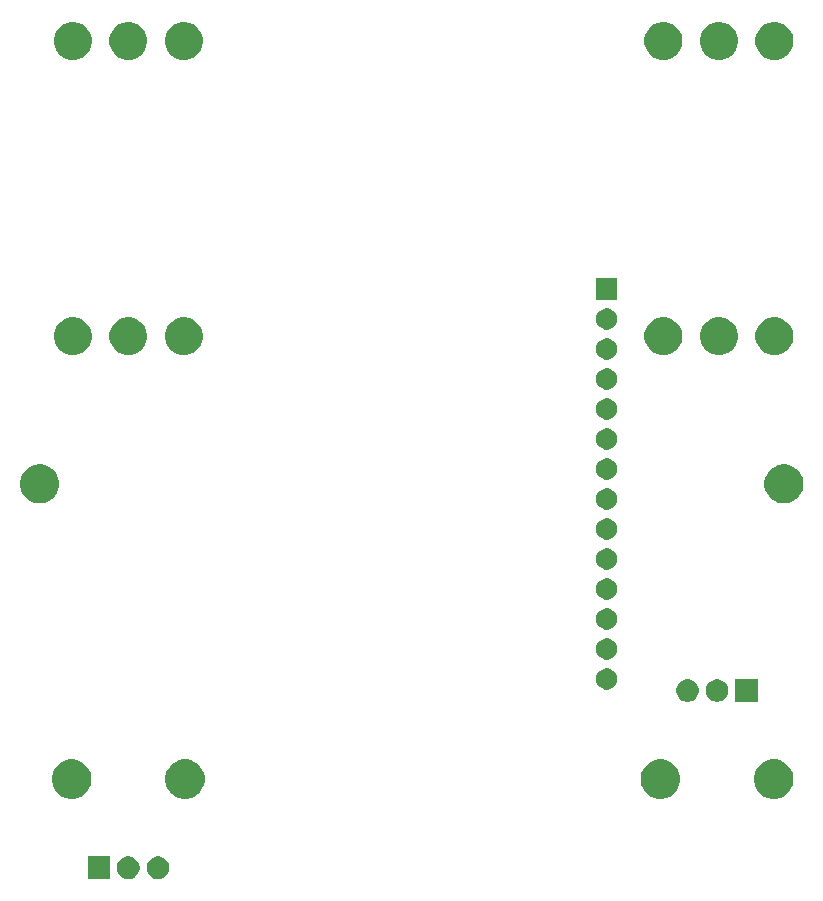
<source format=gbr>
G04 #@! TF.GenerationSoftware,KiCad,Pcbnew,5.1.5-52549c5~84~ubuntu18.04.1*
G04 #@! TF.CreationDate,2020-05-11T15:13:20-04:00*
G04 #@! TF.ProjectId,gategrinder_panelPCB,67617465-6772-4696-9e64-65725f70616e,rev?*
G04 #@! TF.SameCoordinates,Original*
G04 #@! TF.FileFunction,Soldermask,Top*
G04 #@! TF.FilePolarity,Negative*
%FSLAX46Y46*%
G04 Gerber Fmt 4.6, Leading zero omitted, Abs format (unit mm)*
G04 Created by KiCad (PCBNEW 5.1.5-52549c5~84~ubuntu18.04.1) date 2020-05-11 15:13:20*
%MOMM*%
%LPD*%
G04 APERTURE LIST*
%ADD10C,0.100000*%
G04 APERTURE END LIST*
D10*
G36*
X85277395Y-123585546D02*
G01*
X85450466Y-123657234D01*
X85450467Y-123657235D01*
X85606227Y-123761310D01*
X85738690Y-123893773D01*
X85738691Y-123893775D01*
X85842766Y-124049534D01*
X85914454Y-124222605D01*
X85951000Y-124406333D01*
X85951000Y-124593667D01*
X85914454Y-124777395D01*
X85842766Y-124950466D01*
X85842765Y-124950467D01*
X85738690Y-125106227D01*
X85606227Y-125238690D01*
X85527818Y-125291081D01*
X85450466Y-125342766D01*
X85277395Y-125414454D01*
X85093667Y-125451000D01*
X84906333Y-125451000D01*
X84722605Y-125414454D01*
X84549534Y-125342766D01*
X84472182Y-125291081D01*
X84393773Y-125238690D01*
X84261310Y-125106227D01*
X84157235Y-124950467D01*
X84157234Y-124950466D01*
X84085546Y-124777395D01*
X84049000Y-124593667D01*
X84049000Y-124406333D01*
X84085546Y-124222605D01*
X84157234Y-124049534D01*
X84261309Y-123893775D01*
X84261310Y-123893773D01*
X84393773Y-123761310D01*
X84549533Y-123657235D01*
X84549534Y-123657234D01*
X84722605Y-123585546D01*
X84906333Y-123549000D01*
X85093667Y-123549000D01*
X85277395Y-123585546D01*
G37*
G36*
X82777395Y-123585546D02*
G01*
X82950466Y-123657234D01*
X82950467Y-123657235D01*
X83106227Y-123761310D01*
X83238690Y-123893773D01*
X83238691Y-123893775D01*
X83342766Y-124049534D01*
X83414454Y-124222605D01*
X83451000Y-124406333D01*
X83451000Y-124593667D01*
X83414454Y-124777395D01*
X83342766Y-124950466D01*
X83342765Y-124950467D01*
X83238690Y-125106227D01*
X83106227Y-125238690D01*
X83027818Y-125291081D01*
X82950466Y-125342766D01*
X82777395Y-125414454D01*
X82593667Y-125451000D01*
X82406333Y-125451000D01*
X82222605Y-125414454D01*
X82049534Y-125342766D01*
X81972182Y-125291081D01*
X81893773Y-125238690D01*
X81761310Y-125106227D01*
X81657235Y-124950467D01*
X81657234Y-124950466D01*
X81585546Y-124777395D01*
X81549000Y-124593667D01*
X81549000Y-124406333D01*
X81585546Y-124222605D01*
X81657234Y-124049534D01*
X81761309Y-123893775D01*
X81761310Y-123893773D01*
X81893773Y-123761310D01*
X82049533Y-123657235D01*
X82049534Y-123657234D01*
X82222605Y-123585546D01*
X82406333Y-123549000D01*
X82593667Y-123549000D01*
X82777395Y-123585546D01*
G37*
G36*
X80951000Y-125451000D02*
G01*
X79049000Y-125451000D01*
X79049000Y-123549000D01*
X80951000Y-123549000D01*
X80951000Y-125451000D01*
G37*
G36*
X78187412Y-115393215D02*
G01*
X78491514Y-115519178D01*
X78765199Y-115702049D01*
X78997951Y-115934801D01*
X79180822Y-116208486D01*
X79306785Y-116512588D01*
X79371000Y-116835420D01*
X79371000Y-117164580D01*
X79306785Y-117487412D01*
X79180822Y-117791514D01*
X78997951Y-118065199D01*
X78765199Y-118297951D01*
X78491514Y-118480822D01*
X78187412Y-118606785D01*
X77864580Y-118671000D01*
X77535420Y-118671000D01*
X77212588Y-118606785D01*
X76908486Y-118480822D01*
X76634801Y-118297951D01*
X76402049Y-118065199D01*
X76219178Y-117791514D01*
X76093215Y-117487412D01*
X76029000Y-117164580D01*
X76029000Y-116835420D01*
X76093215Y-116512588D01*
X76219178Y-116208486D01*
X76402049Y-115934801D01*
X76634801Y-115702049D01*
X76908486Y-115519178D01*
X77212588Y-115393215D01*
X77535420Y-115329000D01*
X77864580Y-115329000D01*
X78187412Y-115393215D01*
G37*
G36*
X137637412Y-115393215D02*
G01*
X137941514Y-115519178D01*
X138215199Y-115702049D01*
X138447951Y-115934801D01*
X138630822Y-116208486D01*
X138756785Y-116512588D01*
X138821000Y-116835420D01*
X138821000Y-117164580D01*
X138756785Y-117487412D01*
X138630822Y-117791514D01*
X138447951Y-118065199D01*
X138215199Y-118297951D01*
X137941514Y-118480822D01*
X137637412Y-118606785D01*
X137314580Y-118671000D01*
X136985420Y-118671000D01*
X136662588Y-118606785D01*
X136358486Y-118480822D01*
X136084801Y-118297951D01*
X135852049Y-118065199D01*
X135669178Y-117791514D01*
X135543215Y-117487412D01*
X135479000Y-117164580D01*
X135479000Y-116835420D01*
X135543215Y-116512588D01*
X135669178Y-116208486D01*
X135852049Y-115934801D01*
X136084801Y-115702049D01*
X136358486Y-115519178D01*
X136662588Y-115393215D01*
X136985420Y-115329000D01*
X137314580Y-115329000D01*
X137637412Y-115393215D01*
G37*
G36*
X128037412Y-115393215D02*
G01*
X128341514Y-115519178D01*
X128615199Y-115702049D01*
X128847951Y-115934801D01*
X129030822Y-116208486D01*
X129156785Y-116512588D01*
X129221000Y-116835420D01*
X129221000Y-117164580D01*
X129156785Y-117487412D01*
X129030822Y-117791514D01*
X128847951Y-118065199D01*
X128615199Y-118297951D01*
X128341514Y-118480822D01*
X128037412Y-118606785D01*
X127714580Y-118671000D01*
X127385420Y-118671000D01*
X127062588Y-118606785D01*
X126758486Y-118480822D01*
X126484801Y-118297951D01*
X126252049Y-118065199D01*
X126069178Y-117791514D01*
X125943215Y-117487412D01*
X125879000Y-117164580D01*
X125879000Y-116835420D01*
X125943215Y-116512588D01*
X126069178Y-116208486D01*
X126252049Y-115934801D01*
X126484801Y-115702049D01*
X126758486Y-115519178D01*
X127062588Y-115393215D01*
X127385420Y-115329000D01*
X127714580Y-115329000D01*
X128037412Y-115393215D01*
G37*
G36*
X87787412Y-115393215D02*
G01*
X88091514Y-115519178D01*
X88365199Y-115702049D01*
X88597951Y-115934801D01*
X88780822Y-116208486D01*
X88906785Y-116512588D01*
X88971000Y-116835420D01*
X88971000Y-117164580D01*
X88906785Y-117487412D01*
X88780822Y-117791514D01*
X88597951Y-118065199D01*
X88365199Y-118297951D01*
X88091514Y-118480822D01*
X87787412Y-118606785D01*
X87464580Y-118671000D01*
X87135420Y-118671000D01*
X86812588Y-118606785D01*
X86508486Y-118480822D01*
X86234801Y-118297951D01*
X86002049Y-118065199D01*
X85819178Y-117791514D01*
X85693215Y-117487412D01*
X85629000Y-117164580D01*
X85629000Y-116835420D01*
X85693215Y-116512588D01*
X85819178Y-116208486D01*
X86002049Y-115934801D01*
X86234801Y-115702049D01*
X86508486Y-115519178D01*
X86812588Y-115393215D01*
X87135420Y-115329000D01*
X87464580Y-115329000D01*
X87787412Y-115393215D01*
G37*
G36*
X130127395Y-108585546D02*
G01*
X130300466Y-108657234D01*
X130300467Y-108657235D01*
X130456227Y-108761310D01*
X130588690Y-108893773D01*
X130588691Y-108893775D01*
X130692766Y-109049534D01*
X130764454Y-109222605D01*
X130801000Y-109406333D01*
X130801000Y-109593667D01*
X130764454Y-109777395D01*
X130692766Y-109950466D01*
X130692765Y-109950467D01*
X130588690Y-110106227D01*
X130456227Y-110238690D01*
X130377818Y-110291081D01*
X130300466Y-110342766D01*
X130127395Y-110414454D01*
X129943667Y-110451000D01*
X129756333Y-110451000D01*
X129572605Y-110414454D01*
X129399534Y-110342766D01*
X129322182Y-110291081D01*
X129243773Y-110238690D01*
X129111310Y-110106227D01*
X129007235Y-109950467D01*
X129007234Y-109950466D01*
X128935546Y-109777395D01*
X128899000Y-109593667D01*
X128899000Y-109406333D01*
X128935546Y-109222605D01*
X129007234Y-109049534D01*
X129111309Y-108893775D01*
X129111310Y-108893773D01*
X129243773Y-108761310D01*
X129399533Y-108657235D01*
X129399534Y-108657234D01*
X129572605Y-108585546D01*
X129756333Y-108549000D01*
X129943667Y-108549000D01*
X130127395Y-108585546D01*
G37*
G36*
X132627395Y-108585546D02*
G01*
X132800466Y-108657234D01*
X132800467Y-108657235D01*
X132956227Y-108761310D01*
X133088690Y-108893773D01*
X133088691Y-108893775D01*
X133192766Y-109049534D01*
X133264454Y-109222605D01*
X133301000Y-109406333D01*
X133301000Y-109593667D01*
X133264454Y-109777395D01*
X133192766Y-109950466D01*
X133192765Y-109950467D01*
X133088690Y-110106227D01*
X132956227Y-110238690D01*
X132877818Y-110291081D01*
X132800466Y-110342766D01*
X132627395Y-110414454D01*
X132443667Y-110451000D01*
X132256333Y-110451000D01*
X132072605Y-110414454D01*
X131899534Y-110342766D01*
X131822182Y-110291081D01*
X131743773Y-110238690D01*
X131611310Y-110106227D01*
X131507235Y-109950467D01*
X131507234Y-109950466D01*
X131435546Y-109777395D01*
X131399000Y-109593667D01*
X131399000Y-109406333D01*
X131435546Y-109222605D01*
X131507234Y-109049534D01*
X131611309Y-108893775D01*
X131611310Y-108893773D01*
X131743773Y-108761310D01*
X131899533Y-108657235D01*
X131899534Y-108657234D01*
X132072605Y-108585546D01*
X132256333Y-108549000D01*
X132443667Y-108549000D01*
X132627395Y-108585546D01*
G37*
G36*
X135801000Y-110451000D02*
G01*
X133899000Y-110451000D01*
X133899000Y-108549000D01*
X135801000Y-108549000D01*
X135801000Y-110451000D01*
G37*
G36*
X123113512Y-107623927D02*
G01*
X123262812Y-107653624D01*
X123426784Y-107721544D01*
X123574354Y-107820147D01*
X123699853Y-107945646D01*
X123798456Y-108093216D01*
X123866376Y-108257188D01*
X123901000Y-108431259D01*
X123901000Y-108608741D01*
X123866376Y-108782812D01*
X123798456Y-108946784D01*
X123699853Y-109094354D01*
X123574354Y-109219853D01*
X123426784Y-109318456D01*
X123262812Y-109386376D01*
X123113512Y-109416073D01*
X123088742Y-109421000D01*
X122911258Y-109421000D01*
X122886488Y-109416073D01*
X122737188Y-109386376D01*
X122573216Y-109318456D01*
X122425646Y-109219853D01*
X122300147Y-109094354D01*
X122201544Y-108946784D01*
X122133624Y-108782812D01*
X122099000Y-108608741D01*
X122099000Y-108431259D01*
X122133624Y-108257188D01*
X122201544Y-108093216D01*
X122300147Y-107945646D01*
X122425646Y-107820147D01*
X122573216Y-107721544D01*
X122737188Y-107653624D01*
X122886488Y-107623927D01*
X122911258Y-107619000D01*
X123088742Y-107619000D01*
X123113512Y-107623927D01*
G37*
G36*
X123113512Y-105083927D02*
G01*
X123262812Y-105113624D01*
X123426784Y-105181544D01*
X123574354Y-105280147D01*
X123699853Y-105405646D01*
X123798456Y-105553216D01*
X123866376Y-105717188D01*
X123901000Y-105891259D01*
X123901000Y-106068741D01*
X123866376Y-106242812D01*
X123798456Y-106406784D01*
X123699853Y-106554354D01*
X123574354Y-106679853D01*
X123426784Y-106778456D01*
X123262812Y-106846376D01*
X123113512Y-106876073D01*
X123088742Y-106881000D01*
X122911258Y-106881000D01*
X122886488Y-106876073D01*
X122737188Y-106846376D01*
X122573216Y-106778456D01*
X122425646Y-106679853D01*
X122300147Y-106554354D01*
X122201544Y-106406784D01*
X122133624Y-106242812D01*
X122099000Y-106068741D01*
X122099000Y-105891259D01*
X122133624Y-105717188D01*
X122201544Y-105553216D01*
X122300147Y-105405646D01*
X122425646Y-105280147D01*
X122573216Y-105181544D01*
X122737188Y-105113624D01*
X122886488Y-105083927D01*
X122911258Y-105079000D01*
X123088742Y-105079000D01*
X123113512Y-105083927D01*
G37*
G36*
X123113512Y-102543927D02*
G01*
X123262812Y-102573624D01*
X123426784Y-102641544D01*
X123574354Y-102740147D01*
X123699853Y-102865646D01*
X123798456Y-103013216D01*
X123866376Y-103177188D01*
X123901000Y-103351259D01*
X123901000Y-103528741D01*
X123866376Y-103702812D01*
X123798456Y-103866784D01*
X123699853Y-104014354D01*
X123574354Y-104139853D01*
X123426784Y-104238456D01*
X123262812Y-104306376D01*
X123113512Y-104336073D01*
X123088742Y-104341000D01*
X122911258Y-104341000D01*
X122886488Y-104336073D01*
X122737188Y-104306376D01*
X122573216Y-104238456D01*
X122425646Y-104139853D01*
X122300147Y-104014354D01*
X122201544Y-103866784D01*
X122133624Y-103702812D01*
X122099000Y-103528741D01*
X122099000Y-103351259D01*
X122133624Y-103177188D01*
X122201544Y-103013216D01*
X122300147Y-102865646D01*
X122425646Y-102740147D01*
X122573216Y-102641544D01*
X122737188Y-102573624D01*
X122886488Y-102543927D01*
X122911258Y-102539000D01*
X123088742Y-102539000D01*
X123113512Y-102543927D01*
G37*
G36*
X123113512Y-100003927D02*
G01*
X123262812Y-100033624D01*
X123426784Y-100101544D01*
X123574354Y-100200147D01*
X123699853Y-100325646D01*
X123798456Y-100473216D01*
X123866376Y-100637188D01*
X123901000Y-100811259D01*
X123901000Y-100988741D01*
X123866376Y-101162812D01*
X123798456Y-101326784D01*
X123699853Y-101474354D01*
X123574354Y-101599853D01*
X123426784Y-101698456D01*
X123262812Y-101766376D01*
X123113512Y-101796073D01*
X123088742Y-101801000D01*
X122911258Y-101801000D01*
X122886488Y-101796073D01*
X122737188Y-101766376D01*
X122573216Y-101698456D01*
X122425646Y-101599853D01*
X122300147Y-101474354D01*
X122201544Y-101326784D01*
X122133624Y-101162812D01*
X122099000Y-100988741D01*
X122099000Y-100811259D01*
X122133624Y-100637188D01*
X122201544Y-100473216D01*
X122300147Y-100325646D01*
X122425646Y-100200147D01*
X122573216Y-100101544D01*
X122737188Y-100033624D01*
X122886488Y-100003927D01*
X122911258Y-99999000D01*
X123088742Y-99999000D01*
X123113512Y-100003927D01*
G37*
G36*
X123113512Y-97463927D02*
G01*
X123262812Y-97493624D01*
X123426784Y-97561544D01*
X123574354Y-97660147D01*
X123699853Y-97785646D01*
X123798456Y-97933216D01*
X123866376Y-98097188D01*
X123901000Y-98271259D01*
X123901000Y-98448741D01*
X123866376Y-98622812D01*
X123798456Y-98786784D01*
X123699853Y-98934354D01*
X123574354Y-99059853D01*
X123426784Y-99158456D01*
X123262812Y-99226376D01*
X123113512Y-99256073D01*
X123088742Y-99261000D01*
X122911258Y-99261000D01*
X122886488Y-99256073D01*
X122737188Y-99226376D01*
X122573216Y-99158456D01*
X122425646Y-99059853D01*
X122300147Y-98934354D01*
X122201544Y-98786784D01*
X122133624Y-98622812D01*
X122099000Y-98448741D01*
X122099000Y-98271259D01*
X122133624Y-98097188D01*
X122201544Y-97933216D01*
X122300147Y-97785646D01*
X122425646Y-97660147D01*
X122573216Y-97561544D01*
X122737188Y-97493624D01*
X122886488Y-97463927D01*
X122911258Y-97459000D01*
X123088742Y-97459000D01*
X123113512Y-97463927D01*
G37*
G36*
X123113512Y-94923927D02*
G01*
X123262812Y-94953624D01*
X123426784Y-95021544D01*
X123574354Y-95120147D01*
X123699853Y-95245646D01*
X123798456Y-95393216D01*
X123866376Y-95557188D01*
X123901000Y-95731259D01*
X123901000Y-95908741D01*
X123866376Y-96082812D01*
X123798456Y-96246784D01*
X123699853Y-96394354D01*
X123574354Y-96519853D01*
X123426784Y-96618456D01*
X123262812Y-96686376D01*
X123113512Y-96716073D01*
X123088742Y-96721000D01*
X122911258Y-96721000D01*
X122886488Y-96716073D01*
X122737188Y-96686376D01*
X122573216Y-96618456D01*
X122425646Y-96519853D01*
X122300147Y-96394354D01*
X122201544Y-96246784D01*
X122133624Y-96082812D01*
X122099000Y-95908741D01*
X122099000Y-95731259D01*
X122133624Y-95557188D01*
X122201544Y-95393216D01*
X122300147Y-95245646D01*
X122425646Y-95120147D01*
X122573216Y-95021544D01*
X122737188Y-94953624D01*
X122886488Y-94923927D01*
X122911258Y-94919000D01*
X123088742Y-94919000D01*
X123113512Y-94923927D01*
G37*
G36*
X123113512Y-92383927D02*
G01*
X123262812Y-92413624D01*
X123426784Y-92481544D01*
X123574354Y-92580147D01*
X123699853Y-92705646D01*
X123798456Y-92853216D01*
X123866376Y-93017188D01*
X123901000Y-93191259D01*
X123901000Y-93368741D01*
X123866376Y-93542812D01*
X123798456Y-93706784D01*
X123699853Y-93854354D01*
X123574354Y-93979853D01*
X123426784Y-94078456D01*
X123262812Y-94146376D01*
X123113512Y-94176073D01*
X123088742Y-94181000D01*
X122911258Y-94181000D01*
X122886488Y-94176073D01*
X122737188Y-94146376D01*
X122573216Y-94078456D01*
X122425646Y-93979853D01*
X122300147Y-93854354D01*
X122201544Y-93706784D01*
X122133624Y-93542812D01*
X122099000Y-93368741D01*
X122099000Y-93191259D01*
X122133624Y-93017188D01*
X122201544Y-92853216D01*
X122300147Y-92705646D01*
X122425646Y-92580147D01*
X122573216Y-92481544D01*
X122737188Y-92413624D01*
X122886488Y-92383927D01*
X122911258Y-92379000D01*
X123088742Y-92379000D01*
X123113512Y-92383927D01*
G37*
G36*
X75375256Y-90391298D02*
G01*
X75481579Y-90412447D01*
X75782042Y-90536903D01*
X76052451Y-90717585D01*
X76282415Y-90947549D01*
X76463097Y-91217958D01*
X76587553Y-91518421D01*
X76651000Y-91837391D01*
X76651000Y-92162609D01*
X76587553Y-92481579D01*
X76463097Y-92782042D01*
X76282415Y-93052451D01*
X76052451Y-93282415D01*
X75782042Y-93463097D01*
X75481579Y-93587553D01*
X75375256Y-93608702D01*
X75162611Y-93651000D01*
X74837389Y-93651000D01*
X74624744Y-93608702D01*
X74518421Y-93587553D01*
X74217958Y-93463097D01*
X73947549Y-93282415D01*
X73717585Y-93052451D01*
X73536903Y-92782042D01*
X73412447Y-92481579D01*
X73349000Y-92162609D01*
X73349000Y-91837391D01*
X73412447Y-91518421D01*
X73536903Y-91217958D01*
X73717585Y-90947549D01*
X73947549Y-90717585D01*
X74217958Y-90536903D01*
X74518421Y-90412447D01*
X74624744Y-90391298D01*
X74837389Y-90349000D01*
X75162611Y-90349000D01*
X75375256Y-90391298D01*
G37*
G36*
X138375256Y-90391298D02*
G01*
X138481579Y-90412447D01*
X138782042Y-90536903D01*
X139052451Y-90717585D01*
X139282415Y-90947549D01*
X139463097Y-91217958D01*
X139587553Y-91518421D01*
X139651000Y-91837391D01*
X139651000Y-92162609D01*
X139587553Y-92481579D01*
X139463097Y-92782042D01*
X139282415Y-93052451D01*
X139052451Y-93282415D01*
X138782042Y-93463097D01*
X138481579Y-93587553D01*
X138375256Y-93608702D01*
X138162611Y-93651000D01*
X137837389Y-93651000D01*
X137624744Y-93608702D01*
X137518421Y-93587553D01*
X137217958Y-93463097D01*
X136947549Y-93282415D01*
X136717585Y-93052451D01*
X136536903Y-92782042D01*
X136412447Y-92481579D01*
X136349000Y-92162609D01*
X136349000Y-91837391D01*
X136412447Y-91518421D01*
X136536903Y-91217958D01*
X136717585Y-90947549D01*
X136947549Y-90717585D01*
X137217958Y-90536903D01*
X137518421Y-90412447D01*
X137624744Y-90391298D01*
X137837389Y-90349000D01*
X138162611Y-90349000D01*
X138375256Y-90391298D01*
G37*
G36*
X123113512Y-89843927D02*
G01*
X123262812Y-89873624D01*
X123426784Y-89941544D01*
X123574354Y-90040147D01*
X123699853Y-90165646D01*
X123798456Y-90313216D01*
X123866376Y-90477188D01*
X123901000Y-90651259D01*
X123901000Y-90828741D01*
X123866376Y-91002812D01*
X123798456Y-91166784D01*
X123699853Y-91314354D01*
X123574354Y-91439853D01*
X123426784Y-91538456D01*
X123262812Y-91606376D01*
X123113512Y-91636073D01*
X123088742Y-91641000D01*
X122911258Y-91641000D01*
X122886488Y-91636073D01*
X122737188Y-91606376D01*
X122573216Y-91538456D01*
X122425646Y-91439853D01*
X122300147Y-91314354D01*
X122201544Y-91166784D01*
X122133624Y-91002812D01*
X122099000Y-90828741D01*
X122099000Y-90651259D01*
X122133624Y-90477188D01*
X122201544Y-90313216D01*
X122300147Y-90165646D01*
X122425646Y-90040147D01*
X122573216Y-89941544D01*
X122737188Y-89873624D01*
X122886488Y-89843927D01*
X122911258Y-89839000D01*
X123088742Y-89839000D01*
X123113512Y-89843927D01*
G37*
G36*
X123113512Y-87303927D02*
G01*
X123262812Y-87333624D01*
X123426784Y-87401544D01*
X123574354Y-87500147D01*
X123699853Y-87625646D01*
X123798456Y-87773216D01*
X123866376Y-87937188D01*
X123901000Y-88111259D01*
X123901000Y-88288741D01*
X123866376Y-88462812D01*
X123798456Y-88626784D01*
X123699853Y-88774354D01*
X123574354Y-88899853D01*
X123426784Y-88998456D01*
X123262812Y-89066376D01*
X123113512Y-89096073D01*
X123088742Y-89101000D01*
X122911258Y-89101000D01*
X122886488Y-89096073D01*
X122737188Y-89066376D01*
X122573216Y-88998456D01*
X122425646Y-88899853D01*
X122300147Y-88774354D01*
X122201544Y-88626784D01*
X122133624Y-88462812D01*
X122099000Y-88288741D01*
X122099000Y-88111259D01*
X122133624Y-87937188D01*
X122201544Y-87773216D01*
X122300147Y-87625646D01*
X122425646Y-87500147D01*
X122573216Y-87401544D01*
X122737188Y-87333624D01*
X122886488Y-87303927D01*
X122911258Y-87299000D01*
X123088742Y-87299000D01*
X123113512Y-87303927D01*
G37*
G36*
X123113512Y-84763927D02*
G01*
X123262812Y-84793624D01*
X123426784Y-84861544D01*
X123574354Y-84960147D01*
X123699853Y-85085646D01*
X123798456Y-85233216D01*
X123866376Y-85397188D01*
X123901000Y-85571259D01*
X123901000Y-85748741D01*
X123866376Y-85922812D01*
X123798456Y-86086784D01*
X123699853Y-86234354D01*
X123574354Y-86359853D01*
X123426784Y-86458456D01*
X123262812Y-86526376D01*
X123113512Y-86556073D01*
X123088742Y-86561000D01*
X122911258Y-86561000D01*
X122886488Y-86556073D01*
X122737188Y-86526376D01*
X122573216Y-86458456D01*
X122425646Y-86359853D01*
X122300147Y-86234354D01*
X122201544Y-86086784D01*
X122133624Y-85922812D01*
X122099000Y-85748741D01*
X122099000Y-85571259D01*
X122133624Y-85397188D01*
X122201544Y-85233216D01*
X122300147Y-85085646D01*
X122425646Y-84960147D01*
X122573216Y-84861544D01*
X122737188Y-84793624D01*
X122886488Y-84763927D01*
X122911258Y-84759000D01*
X123088742Y-84759000D01*
X123113512Y-84763927D01*
G37*
G36*
X123113512Y-82223927D02*
G01*
X123262812Y-82253624D01*
X123426784Y-82321544D01*
X123574354Y-82420147D01*
X123699853Y-82545646D01*
X123798456Y-82693216D01*
X123866376Y-82857188D01*
X123901000Y-83031259D01*
X123901000Y-83208741D01*
X123866376Y-83382812D01*
X123798456Y-83546784D01*
X123699853Y-83694354D01*
X123574354Y-83819853D01*
X123426784Y-83918456D01*
X123262812Y-83986376D01*
X123113512Y-84016073D01*
X123088742Y-84021000D01*
X122911258Y-84021000D01*
X122886488Y-84016073D01*
X122737188Y-83986376D01*
X122573216Y-83918456D01*
X122425646Y-83819853D01*
X122300147Y-83694354D01*
X122201544Y-83546784D01*
X122133624Y-83382812D01*
X122099000Y-83208741D01*
X122099000Y-83031259D01*
X122133624Y-82857188D01*
X122201544Y-82693216D01*
X122300147Y-82545646D01*
X122425646Y-82420147D01*
X122573216Y-82321544D01*
X122737188Y-82253624D01*
X122886488Y-82223927D01*
X122911258Y-82219000D01*
X123088742Y-82219000D01*
X123113512Y-82223927D01*
G37*
G36*
X123113512Y-79683927D02*
G01*
X123262812Y-79713624D01*
X123426784Y-79781544D01*
X123574354Y-79880147D01*
X123699853Y-80005646D01*
X123798456Y-80153216D01*
X123866376Y-80317188D01*
X123901000Y-80491259D01*
X123901000Y-80668741D01*
X123866376Y-80842812D01*
X123798456Y-81006784D01*
X123699853Y-81154354D01*
X123574354Y-81279853D01*
X123426784Y-81378456D01*
X123262812Y-81446376D01*
X123113512Y-81476073D01*
X123088742Y-81481000D01*
X122911258Y-81481000D01*
X122886488Y-81476073D01*
X122737188Y-81446376D01*
X122573216Y-81378456D01*
X122425646Y-81279853D01*
X122300147Y-81154354D01*
X122201544Y-81006784D01*
X122133624Y-80842812D01*
X122099000Y-80668741D01*
X122099000Y-80491259D01*
X122133624Y-80317188D01*
X122201544Y-80153216D01*
X122300147Y-80005646D01*
X122425646Y-79880147D01*
X122573216Y-79781544D01*
X122737188Y-79713624D01*
X122886488Y-79683927D01*
X122911258Y-79679000D01*
X123088742Y-79679000D01*
X123113512Y-79683927D01*
G37*
G36*
X87396217Y-77906665D02*
G01*
X87666995Y-77960525D01*
X87958358Y-78081212D01*
X88220578Y-78256422D01*
X88443578Y-78479422D01*
X88618788Y-78741642D01*
X88739475Y-79033005D01*
X88801000Y-79342315D01*
X88801000Y-79657685D01*
X88739475Y-79966995D01*
X88618788Y-80258358D01*
X88443578Y-80520578D01*
X88220578Y-80743578D01*
X87958358Y-80918788D01*
X87666995Y-81039475D01*
X87396217Y-81093335D01*
X87357686Y-81101000D01*
X87042314Y-81101000D01*
X87003783Y-81093335D01*
X86733005Y-81039475D01*
X86441642Y-80918788D01*
X86179422Y-80743578D01*
X85956422Y-80520578D01*
X85781212Y-80258358D01*
X85660525Y-79966995D01*
X85599000Y-79657685D01*
X85599000Y-79342315D01*
X85660525Y-79033005D01*
X85781212Y-78741642D01*
X85956422Y-78479422D01*
X86179422Y-78256422D01*
X86441642Y-78081212D01*
X86733005Y-77960525D01*
X87003783Y-77906665D01*
X87042314Y-77899000D01*
X87357686Y-77899000D01*
X87396217Y-77906665D01*
G37*
G36*
X77996217Y-77906665D02*
G01*
X78266995Y-77960525D01*
X78558358Y-78081212D01*
X78820578Y-78256422D01*
X79043578Y-78479422D01*
X79218788Y-78741642D01*
X79339475Y-79033005D01*
X79401000Y-79342315D01*
X79401000Y-79657685D01*
X79339475Y-79966995D01*
X79218788Y-80258358D01*
X79043578Y-80520578D01*
X78820578Y-80743578D01*
X78558358Y-80918788D01*
X78266995Y-81039475D01*
X77996217Y-81093335D01*
X77957686Y-81101000D01*
X77642314Y-81101000D01*
X77603783Y-81093335D01*
X77333005Y-81039475D01*
X77041642Y-80918788D01*
X76779422Y-80743578D01*
X76556422Y-80520578D01*
X76381212Y-80258358D01*
X76260525Y-79966995D01*
X76199000Y-79657685D01*
X76199000Y-79342315D01*
X76260525Y-79033005D01*
X76381212Y-78741642D01*
X76556422Y-78479422D01*
X76779422Y-78256422D01*
X77041642Y-78081212D01*
X77333005Y-77960525D01*
X77603783Y-77906665D01*
X77642314Y-77899000D01*
X77957686Y-77899000D01*
X77996217Y-77906665D01*
G37*
G36*
X82696217Y-77906665D02*
G01*
X82966995Y-77960525D01*
X83258358Y-78081212D01*
X83520578Y-78256422D01*
X83743578Y-78479422D01*
X83918788Y-78741642D01*
X84039475Y-79033005D01*
X84101000Y-79342315D01*
X84101000Y-79657685D01*
X84039475Y-79966995D01*
X83918788Y-80258358D01*
X83743578Y-80520578D01*
X83520578Y-80743578D01*
X83258358Y-80918788D01*
X82966995Y-81039475D01*
X82696217Y-81093335D01*
X82657686Y-81101000D01*
X82342314Y-81101000D01*
X82303783Y-81093335D01*
X82033005Y-81039475D01*
X81741642Y-80918788D01*
X81479422Y-80743578D01*
X81256422Y-80520578D01*
X81081212Y-80258358D01*
X80960525Y-79966995D01*
X80899000Y-79657685D01*
X80899000Y-79342315D01*
X80960525Y-79033005D01*
X81081212Y-78741642D01*
X81256422Y-78479422D01*
X81479422Y-78256422D01*
X81741642Y-78081212D01*
X82033005Y-77960525D01*
X82303783Y-77906665D01*
X82342314Y-77899000D01*
X82657686Y-77899000D01*
X82696217Y-77906665D01*
G37*
G36*
X127996217Y-77906665D02*
G01*
X128266995Y-77960525D01*
X128558358Y-78081212D01*
X128820578Y-78256422D01*
X129043578Y-78479422D01*
X129218788Y-78741642D01*
X129339475Y-79033005D01*
X129401000Y-79342315D01*
X129401000Y-79657685D01*
X129339475Y-79966995D01*
X129218788Y-80258358D01*
X129043578Y-80520578D01*
X128820578Y-80743578D01*
X128558358Y-80918788D01*
X128266995Y-81039475D01*
X127996217Y-81093335D01*
X127957686Y-81101000D01*
X127642314Y-81101000D01*
X127603783Y-81093335D01*
X127333005Y-81039475D01*
X127041642Y-80918788D01*
X126779422Y-80743578D01*
X126556422Y-80520578D01*
X126381212Y-80258358D01*
X126260525Y-79966995D01*
X126199000Y-79657685D01*
X126199000Y-79342315D01*
X126260525Y-79033005D01*
X126381212Y-78741642D01*
X126556422Y-78479422D01*
X126779422Y-78256422D01*
X127041642Y-78081212D01*
X127333005Y-77960525D01*
X127603783Y-77906665D01*
X127642314Y-77899000D01*
X127957686Y-77899000D01*
X127996217Y-77906665D01*
G37*
G36*
X137396217Y-77906665D02*
G01*
X137666995Y-77960525D01*
X137958358Y-78081212D01*
X138220578Y-78256422D01*
X138443578Y-78479422D01*
X138618788Y-78741642D01*
X138739475Y-79033005D01*
X138801000Y-79342315D01*
X138801000Y-79657685D01*
X138739475Y-79966995D01*
X138618788Y-80258358D01*
X138443578Y-80520578D01*
X138220578Y-80743578D01*
X137958358Y-80918788D01*
X137666995Y-81039475D01*
X137396217Y-81093335D01*
X137357686Y-81101000D01*
X137042314Y-81101000D01*
X137003783Y-81093335D01*
X136733005Y-81039475D01*
X136441642Y-80918788D01*
X136179422Y-80743578D01*
X135956422Y-80520578D01*
X135781212Y-80258358D01*
X135660525Y-79966995D01*
X135599000Y-79657685D01*
X135599000Y-79342315D01*
X135660525Y-79033005D01*
X135781212Y-78741642D01*
X135956422Y-78479422D01*
X136179422Y-78256422D01*
X136441642Y-78081212D01*
X136733005Y-77960525D01*
X137003783Y-77906665D01*
X137042314Y-77899000D01*
X137357686Y-77899000D01*
X137396217Y-77906665D01*
G37*
G36*
X132696217Y-77906665D02*
G01*
X132966995Y-77960525D01*
X133258358Y-78081212D01*
X133520578Y-78256422D01*
X133743578Y-78479422D01*
X133918788Y-78741642D01*
X134039475Y-79033005D01*
X134101000Y-79342315D01*
X134101000Y-79657685D01*
X134039475Y-79966995D01*
X133918788Y-80258358D01*
X133743578Y-80520578D01*
X133520578Y-80743578D01*
X133258358Y-80918788D01*
X132966995Y-81039475D01*
X132696217Y-81093335D01*
X132657686Y-81101000D01*
X132342314Y-81101000D01*
X132303783Y-81093335D01*
X132033005Y-81039475D01*
X131741642Y-80918788D01*
X131479422Y-80743578D01*
X131256422Y-80520578D01*
X131081212Y-80258358D01*
X130960525Y-79966995D01*
X130899000Y-79657685D01*
X130899000Y-79342315D01*
X130960525Y-79033005D01*
X131081212Y-78741642D01*
X131256422Y-78479422D01*
X131479422Y-78256422D01*
X131741642Y-78081212D01*
X132033005Y-77960525D01*
X132303783Y-77906665D01*
X132342314Y-77899000D01*
X132657686Y-77899000D01*
X132696217Y-77906665D01*
G37*
G36*
X123113512Y-77143927D02*
G01*
X123262812Y-77173624D01*
X123426784Y-77241544D01*
X123574354Y-77340147D01*
X123699853Y-77465646D01*
X123798456Y-77613216D01*
X123866376Y-77777188D01*
X123901000Y-77951259D01*
X123901000Y-78128741D01*
X123866376Y-78302812D01*
X123798456Y-78466784D01*
X123699853Y-78614354D01*
X123574354Y-78739853D01*
X123426784Y-78838456D01*
X123262812Y-78906376D01*
X123113512Y-78936073D01*
X123088742Y-78941000D01*
X122911258Y-78941000D01*
X122886488Y-78936073D01*
X122737188Y-78906376D01*
X122573216Y-78838456D01*
X122425646Y-78739853D01*
X122300147Y-78614354D01*
X122201544Y-78466784D01*
X122133624Y-78302812D01*
X122099000Y-78128741D01*
X122099000Y-77951259D01*
X122133624Y-77777188D01*
X122201544Y-77613216D01*
X122300147Y-77465646D01*
X122425646Y-77340147D01*
X122573216Y-77241544D01*
X122737188Y-77173624D01*
X122886488Y-77143927D01*
X122911258Y-77139000D01*
X123088742Y-77139000D01*
X123113512Y-77143927D01*
G37*
G36*
X123901000Y-76401000D02*
G01*
X122099000Y-76401000D01*
X122099000Y-74599000D01*
X123901000Y-74599000D01*
X123901000Y-76401000D01*
G37*
G36*
X137396217Y-52906665D02*
G01*
X137666995Y-52960525D01*
X137958358Y-53081212D01*
X138220578Y-53256422D01*
X138443578Y-53479422D01*
X138618788Y-53741642D01*
X138739475Y-54033005D01*
X138801000Y-54342315D01*
X138801000Y-54657685D01*
X138739475Y-54966995D01*
X138618788Y-55258358D01*
X138443578Y-55520578D01*
X138220578Y-55743578D01*
X137958358Y-55918788D01*
X137666995Y-56039475D01*
X137396217Y-56093335D01*
X137357686Y-56101000D01*
X137042314Y-56101000D01*
X137003783Y-56093335D01*
X136733005Y-56039475D01*
X136441642Y-55918788D01*
X136179422Y-55743578D01*
X135956422Y-55520578D01*
X135781212Y-55258358D01*
X135660525Y-54966995D01*
X135599000Y-54657685D01*
X135599000Y-54342315D01*
X135660525Y-54033005D01*
X135781212Y-53741642D01*
X135956422Y-53479422D01*
X136179422Y-53256422D01*
X136441642Y-53081212D01*
X136733005Y-52960525D01*
X137003783Y-52906665D01*
X137042314Y-52899000D01*
X137357686Y-52899000D01*
X137396217Y-52906665D01*
G37*
G36*
X132696217Y-52906665D02*
G01*
X132966995Y-52960525D01*
X133258358Y-53081212D01*
X133520578Y-53256422D01*
X133743578Y-53479422D01*
X133918788Y-53741642D01*
X134039475Y-54033005D01*
X134101000Y-54342315D01*
X134101000Y-54657685D01*
X134039475Y-54966995D01*
X133918788Y-55258358D01*
X133743578Y-55520578D01*
X133520578Y-55743578D01*
X133258358Y-55918788D01*
X132966995Y-56039475D01*
X132696217Y-56093335D01*
X132657686Y-56101000D01*
X132342314Y-56101000D01*
X132303783Y-56093335D01*
X132033005Y-56039475D01*
X131741642Y-55918788D01*
X131479422Y-55743578D01*
X131256422Y-55520578D01*
X131081212Y-55258358D01*
X130960525Y-54966995D01*
X130899000Y-54657685D01*
X130899000Y-54342315D01*
X130960525Y-54033005D01*
X131081212Y-53741642D01*
X131256422Y-53479422D01*
X131479422Y-53256422D01*
X131741642Y-53081212D01*
X132033005Y-52960525D01*
X132303783Y-52906665D01*
X132342314Y-52899000D01*
X132657686Y-52899000D01*
X132696217Y-52906665D01*
G37*
G36*
X127996217Y-52906665D02*
G01*
X128266995Y-52960525D01*
X128558358Y-53081212D01*
X128820578Y-53256422D01*
X129043578Y-53479422D01*
X129218788Y-53741642D01*
X129339475Y-54033005D01*
X129401000Y-54342315D01*
X129401000Y-54657685D01*
X129339475Y-54966995D01*
X129218788Y-55258358D01*
X129043578Y-55520578D01*
X128820578Y-55743578D01*
X128558358Y-55918788D01*
X128266995Y-56039475D01*
X127996217Y-56093335D01*
X127957686Y-56101000D01*
X127642314Y-56101000D01*
X127603783Y-56093335D01*
X127333005Y-56039475D01*
X127041642Y-55918788D01*
X126779422Y-55743578D01*
X126556422Y-55520578D01*
X126381212Y-55258358D01*
X126260525Y-54966995D01*
X126199000Y-54657685D01*
X126199000Y-54342315D01*
X126260525Y-54033005D01*
X126381212Y-53741642D01*
X126556422Y-53479422D01*
X126779422Y-53256422D01*
X127041642Y-53081212D01*
X127333005Y-52960525D01*
X127603783Y-52906665D01*
X127642314Y-52899000D01*
X127957686Y-52899000D01*
X127996217Y-52906665D01*
G37*
G36*
X82696217Y-52906665D02*
G01*
X82966995Y-52960525D01*
X83258358Y-53081212D01*
X83520578Y-53256422D01*
X83743578Y-53479422D01*
X83918788Y-53741642D01*
X84039475Y-54033005D01*
X84101000Y-54342315D01*
X84101000Y-54657685D01*
X84039475Y-54966995D01*
X83918788Y-55258358D01*
X83743578Y-55520578D01*
X83520578Y-55743578D01*
X83258358Y-55918788D01*
X82966995Y-56039475D01*
X82696217Y-56093335D01*
X82657686Y-56101000D01*
X82342314Y-56101000D01*
X82303783Y-56093335D01*
X82033005Y-56039475D01*
X81741642Y-55918788D01*
X81479422Y-55743578D01*
X81256422Y-55520578D01*
X81081212Y-55258358D01*
X80960525Y-54966995D01*
X80899000Y-54657685D01*
X80899000Y-54342315D01*
X80960525Y-54033005D01*
X81081212Y-53741642D01*
X81256422Y-53479422D01*
X81479422Y-53256422D01*
X81741642Y-53081212D01*
X82033005Y-52960525D01*
X82303783Y-52906665D01*
X82342314Y-52899000D01*
X82657686Y-52899000D01*
X82696217Y-52906665D01*
G37*
G36*
X87396217Y-52906665D02*
G01*
X87666995Y-52960525D01*
X87958358Y-53081212D01*
X88220578Y-53256422D01*
X88443578Y-53479422D01*
X88618788Y-53741642D01*
X88739475Y-54033005D01*
X88801000Y-54342315D01*
X88801000Y-54657685D01*
X88739475Y-54966995D01*
X88618788Y-55258358D01*
X88443578Y-55520578D01*
X88220578Y-55743578D01*
X87958358Y-55918788D01*
X87666995Y-56039475D01*
X87396217Y-56093335D01*
X87357686Y-56101000D01*
X87042314Y-56101000D01*
X87003783Y-56093335D01*
X86733005Y-56039475D01*
X86441642Y-55918788D01*
X86179422Y-55743578D01*
X85956422Y-55520578D01*
X85781212Y-55258358D01*
X85660525Y-54966995D01*
X85599000Y-54657685D01*
X85599000Y-54342315D01*
X85660525Y-54033005D01*
X85781212Y-53741642D01*
X85956422Y-53479422D01*
X86179422Y-53256422D01*
X86441642Y-53081212D01*
X86733005Y-52960525D01*
X87003783Y-52906665D01*
X87042314Y-52899000D01*
X87357686Y-52899000D01*
X87396217Y-52906665D01*
G37*
G36*
X77996217Y-52906665D02*
G01*
X78266995Y-52960525D01*
X78558358Y-53081212D01*
X78820578Y-53256422D01*
X79043578Y-53479422D01*
X79218788Y-53741642D01*
X79339475Y-54033005D01*
X79401000Y-54342315D01*
X79401000Y-54657685D01*
X79339475Y-54966995D01*
X79218788Y-55258358D01*
X79043578Y-55520578D01*
X78820578Y-55743578D01*
X78558358Y-55918788D01*
X78266995Y-56039475D01*
X77996217Y-56093335D01*
X77957686Y-56101000D01*
X77642314Y-56101000D01*
X77603783Y-56093335D01*
X77333005Y-56039475D01*
X77041642Y-55918788D01*
X76779422Y-55743578D01*
X76556422Y-55520578D01*
X76381212Y-55258358D01*
X76260525Y-54966995D01*
X76199000Y-54657685D01*
X76199000Y-54342315D01*
X76260525Y-54033005D01*
X76381212Y-53741642D01*
X76556422Y-53479422D01*
X76779422Y-53256422D01*
X77041642Y-53081212D01*
X77333005Y-52960525D01*
X77603783Y-52906665D01*
X77642314Y-52899000D01*
X77957686Y-52899000D01*
X77996217Y-52906665D01*
G37*
M02*

</source>
